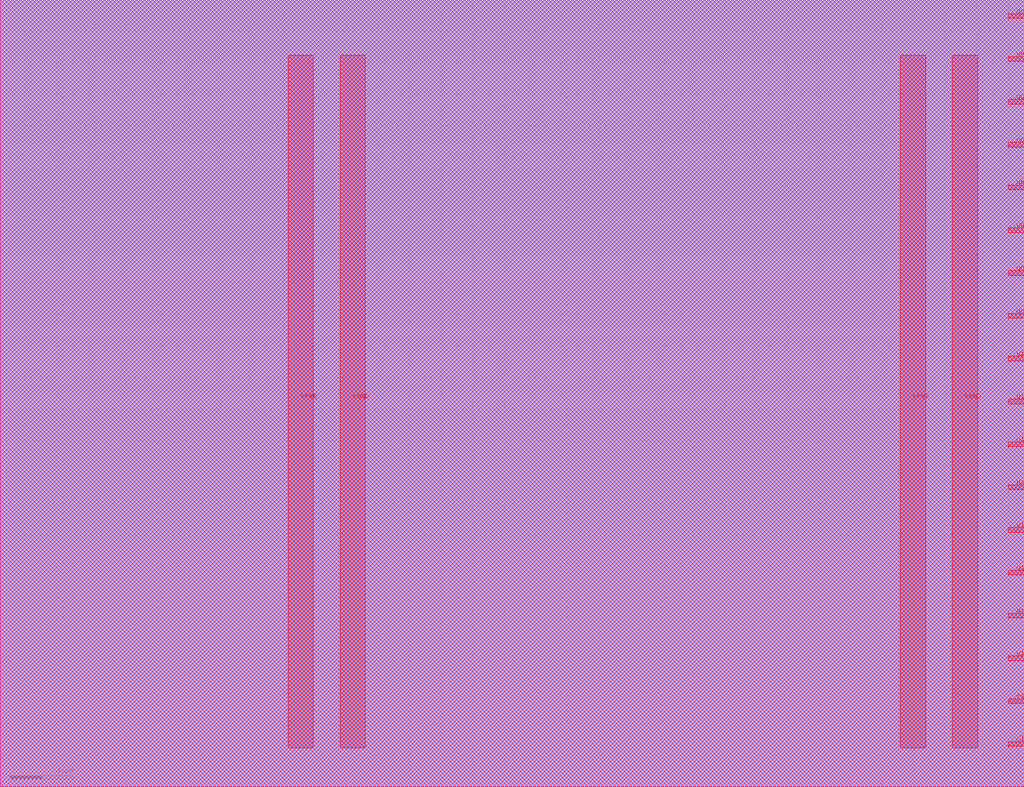
<source format=lef>
VERSION 5.7 ;
  NOWIREEXTENSIONATPIN ON ;
  DIVIDERCHAR "/" ;
  BUSBITCHARS "[]" ;
MACRO tt_um_micro_proj1
  CLASS BLOCK ;
  FOREIGN tt_um_micro_proj1 ;
  ORIGIN 0.000 0.000 ;
  SIZE 65.000 BY 50.000 ;
  PIN VGND
    DIRECTION INOUT ;
    USE GROUND ;
    PORT
      LAYER met4 ;
        RECT 21.580 2.480 23.180 46.480 ;
    END
    PORT
      LAYER met4 ;
        RECT 60.450 2.480 62.050 46.480 ;
    END
  END VGND
  PIN VPWR
    DIRECTION INOUT ;
    USE POWER ;
    PORT
      LAYER met4 ;
        RECT 18.280 2.480 19.880 46.480 ;
    END
    PORT
      LAYER met4 ;
        RECT 57.150 2.480 58.750 46.480 ;
    END
  END VPWR
  PIN clk
    DIRECTION INPUT ;
    USE SIGNAL ;
    ANTENNAGATEAREA 0.852000 ;
    PORT
      LAYER met4 ;
        RECT 64.000 2.570 65.000 2.870 ;
    END
  END clk
  PIN rst_n
    DIRECTION INPUT ;
    USE SIGNAL ;
    ANTENNAGATEAREA 0.247500 ;
    PORT
      LAYER met4 ;
        RECT 64.000 5.290 65.000 5.590 ;
    END
  END rst_n
  PIN ui_in[0]
    DIRECTION INPUT ;
    USE SIGNAL ;
    ANTENNAGATEAREA 0.196500 ;
    PORT
      LAYER met4 ;
        RECT 64.000 8.010 65.000 8.310 ;
    END
  END ui_in[0]
  PIN ui_in[1]
    DIRECTION INPUT ;
    USE SIGNAL ;
    ANTENNAGATEAREA 0.196500 ;
    PORT
      LAYER met4 ;
        RECT 64.000 10.730 65.000 11.030 ;
    END
  END ui_in[1]
  PIN ui_in[2]
    DIRECTION INPUT ;
    USE SIGNAL ;
    ANTENNAGATEAREA 0.196500 ;
    PORT
      LAYER met4 ;
        RECT 64.000 13.450 65.000 13.750 ;
    END
  END ui_in[2]
  PIN ui_in[3]
    DIRECTION INPUT ;
    USE SIGNAL ;
    ANTENNAGATEAREA 0.196500 ;
    PORT
      LAYER met4 ;
        RECT 64.000 16.170 65.000 16.470 ;
    END
  END ui_in[3]
  PIN ui_in[4]
    DIRECTION INPUT ;
    USE SIGNAL ;
    ANTENNAGATEAREA 0.196500 ;
    PORT
      LAYER met4 ;
        RECT 64.000 18.890 65.000 19.190 ;
    END
  END ui_in[4]
  PIN ui_in[5]
    DIRECTION INPUT ;
    USE SIGNAL ;
    ANTENNAGATEAREA 0.196500 ;
    PORT
      LAYER met4 ;
        RECT 64.000 21.610 65.000 21.910 ;
    END
  END ui_in[5]
  PIN ui_in[6]
    DIRECTION INPUT ;
    USE SIGNAL ;
    ANTENNAGATEAREA 0.196500 ;
    PORT
      LAYER met4 ;
        RECT 64.000 24.330 65.000 24.630 ;
    END
  END ui_in[6]
  PIN ui_in[7]
    DIRECTION INPUT ;
    USE SIGNAL ;
    ANTENNAGATEAREA 0.196500 ;
    PORT
      LAYER met4 ;
        RECT 64.000 27.050 65.000 27.350 ;
    END
  END ui_in[7]
  PIN uo_out[0]
    DIRECTION OUTPUT ;
    USE SIGNAL ;
    ANTENNADIFFAREA 0.891000 ;
    PORT
      LAYER met4 ;
        RECT 64.000 29.770 65.000 30.070 ;
    END
  END uo_out[0]
  PIN uo_out[1]
    DIRECTION OUTPUT ;
    USE SIGNAL ;
    ANTENNADIFFAREA 0.891000 ;
    PORT
      LAYER met4 ;
        RECT 64.000 32.490 65.000 32.790 ;
    END
  END uo_out[1]
  PIN uo_out[2]
    DIRECTION OUTPUT ;
    USE SIGNAL ;
    ANTENNADIFFAREA 0.891000 ;
    PORT
      LAYER met4 ;
        RECT 64.000 35.210 65.000 35.510 ;
    END
  END uo_out[2]
  PIN uo_out[3]
    DIRECTION OUTPUT ;
    USE SIGNAL ;
    ANTENNADIFFAREA 0.891000 ;
    PORT
      LAYER met4 ;
        RECT 64.000 37.930 65.000 38.230 ;
    END
  END uo_out[3]
  PIN uo_out[4]
    DIRECTION OUTPUT ;
    USE SIGNAL ;
    ANTENNADIFFAREA 0.891000 ;
    PORT
      LAYER met4 ;
        RECT 64.000 40.650 65.000 40.950 ;
    END
  END uo_out[4]
  PIN uo_out[5]
    DIRECTION OUTPUT ;
    USE SIGNAL ;
    ANTENNADIFFAREA 0.891000 ;
    PORT
      LAYER met4 ;
        RECT 64.000 43.370 65.000 43.670 ;
    END
  END uo_out[5]
  PIN uo_out[6]
    DIRECTION OUTPUT ;
    USE SIGNAL ;
    ANTENNADIFFAREA 0.891000 ;
    PORT
      LAYER met4 ;
        RECT 64.000 46.090 65.000 46.390 ;
    END
  END uo_out[6]
  PIN uo_out[7]
    DIRECTION OUTPUT ;
    USE SIGNAL ;
    ANTENNADIFFAREA 0.891000 ;
    PORT
      LAYER met4 ;
        RECT 64.000 48.810 65.000 49.110 ;
    END
  END uo_out[7]
  OBS
      LAYER nwell ;
        RECT 0 0 65 50 ;
      LAYER li1 ;
        RECT 0 0 65 50 ;
      LAYER met1 ;
        RECT 0 0 65 50 ;
      LAYER met2 ;
        RECT 0 0 65 50 ;
      LAYER met3 ;
        RECT 0 0 65 50 ;
      LAYER met4 ;
        RECT 0 0 65 50 ;
  END
END tt_um_micro_proj1
END LIBRARY


</source>
